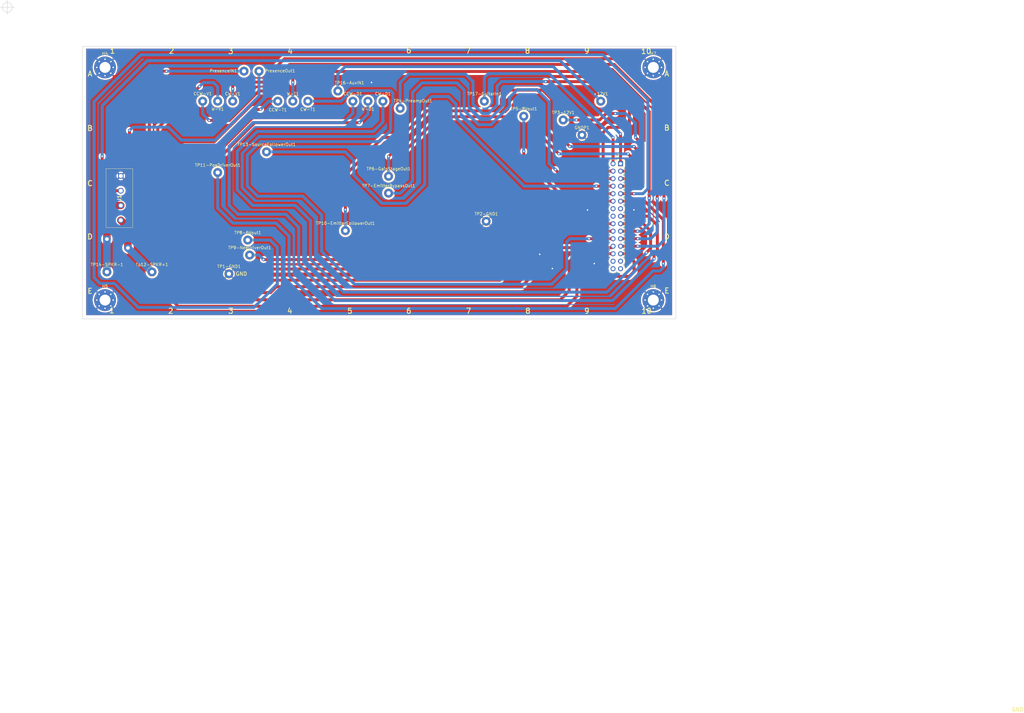
<source format=kicad_pcb>
(kicad_pcb (version 20171130) (host pcbnew "(5.1.9)-1")
  (layers (0 F.Cu signal) (31 B.Cu signal) (34 B.Paste user hide) (35 F.Paste user hide) (36 B.SilkS user hide) (37 F.SilkS user) (38 B.Mask user hide) (39 F.Mask user hide) (44 Edge.Cuts user))
  (net 0 "")
  (net 1 GND)
  (net 2 Speaker+)
  (net 3 Speaker-)
  (net 4 +12V)
  (net 5 GuitarIn)
  (net 6 SourceFollowerOut)
  (net 7 POSDriverOut)
  (net 8 EmitterFollowerOut)
  (net 9 NEGDriverOut)
  (net 10 6VOut)
  (net 11 EmitterBypassOut)
  (net 12 GainStageOut)
  (net 13 8VOut)
  (net 14 PreampOut)
  (net 15 12VDC)
  (net 16 PresenceOUT)
  (net 17 PresenceIn)
  (net 18 VolumeCW)
  (net 19 VolumeW)
  (net 20 VOLUMECCW)
  (net 21 TONECW)
  (net 22 TONEW)
  (net 23 TONECCW)
  (net 24 DRIVECW)
  (net 25 DRIVEW)
  (net 26 DRIVECCW)
  (net 27 AUXR)
  (net 28 "Net-(J2-Pad30)")
  (net 29 "Net-(J2-Pad29)")
  (net 30 "Net-(J2-Pad28)")
  (net 31 "Net-(J2-Pad27)")
  (net 32 "Net-(J2-Pad14)")
  (net 33 "Net-(J2-Pad13)")
  (net 34 "Net-(J2-Pad16)")
  (module MountingHole:MountingHole_3.7mm_Pad_Via (layer F.Cu) (at 246.888 52.324)
    (fp_text reference H7 (at 0 -4.7) (layer F.SilkS))
    (fp_text value GND)
    (pad 1 thru_hole circle (at 1.962221 -1.962221) (size 0.8 0.8) (drill 0.5) (layers *.Cu *.Mask) (net 1 GND))
    (pad 1 thru_hole circle (at 0 -2.775) (size 0.8 0.8) (drill 0.5) (layers *.Cu *.Mask) (net 1 GND))
    (pad 1 thru_hole circle (at -1.962221 -1.962221) (size 0.8 0.8) (drill 0.5) (layers *.Cu *.Mask) (net 1 GND))
    (pad 1 thru_hole circle (at -2.775 0) (size 0.8 0.8) (drill 0.5) (layers *.Cu *.Mask) (net 1 GND))
    (pad 1 thru_hole circle (at -1.962221 1.962221) (size 0.8 0.8) (drill 0.5) (layers *.Cu *.Mask) (net 1 GND))
    (pad 1 thru_hole circle (at 0 2.775) (size 0.8 0.8) (drill 0.5) (layers *.Cu *.Mask) (net 1 GND))
    (pad 1 thru_hole circle (at 1.962221 1.962221) (size 0.8 0.8) (drill 0.5) (layers *.Cu *.Mask) (net 1 GND))
    (pad 1 thru_hole circle (at 2.775 0) (size 0.8 0.8) (drill 0.5) (layers *.Cu *.Mask) (net 1 GND))
    (pad 1 thru_hole circle (at 0 0) (size 7.4 7.4) (drill 3.7) (layers *.Cu *.Mask) (net 1 GND))
  )
  (module MountingHole:MountingHole_3.7mm_Pad_Via (layer F.Cu) (at 246.888 131.064)
    (fp_text reference H6 (at 0 -4.7) (layer F.SilkS))
    (fp_text value GND)
    (pad 1 thru_hole circle (at 1.962221 -1.962221) (size 0.8 0.8) (drill 0.5) (layers *.Cu *.Mask) (net 1 GND))
    (pad 1 thru_hole circle (at 0 -2.775) (size 0.8 0.8) (drill 0.5) (layers *.Cu *.Mask) (net 1 GND))
    (pad 1 thru_hole circle (at -1.962221 -1.962221) (size 0.8 0.8) (drill 0.5) (layers *.Cu *.Mask) (net 1 GND))
    (pad 1 thru_hole circle (at -2.775 0) (size 0.8 0.8) (drill 0.5) (layers *.Cu *.Mask) (net 1 GND))
    (pad 1 thru_hole circle (at -1.962221 1.962221) (size 0.8 0.8) (drill 0.5) (layers *.Cu *.Mask) (net 1 GND))
    (pad 1 thru_hole circle (at 0 2.775) (size 0.8 0.8) (drill 0.5) (layers *.Cu *.Mask) (net 1 GND))
    (pad 1 thru_hole circle (at 1.962221 1.962221) (size 0.8 0.8) (drill 0.5) (layers *.Cu *.Mask) (net 1 GND))
    (pad 1 thru_hole circle (at 2.775 0) (size 0.8 0.8) (drill 0.5) (layers *.Cu *.Mask) (net 1 GND))
    (pad 1 thru_hole circle (at 0 0) (size 7.4 7.4) (drill 3.7) (layers *.Cu *.Mask) (net 1 GND))
  )
  (module MountingHole:MountingHole_3.7mm_Pad_Via (layer F.Cu) (at 61.468 131.064)
    (fp_text reference H5 (at 0 -4.7) (layer F.SilkS))
    (fp_text value GND)
    (pad 1 thru_hole circle (at 1.962221 -1.962221) (size 0.8 0.8) (drill 0.5) (layers *.Cu *.Mask) (net 1 GND))
    (pad 1 thru_hole circle (at 0 -2.775) (size 0.8 0.8) (drill 0.5) (layers *.Cu *.Mask) (net 1 GND))
    (pad 1 thru_hole circle (at -1.962221 -1.962221) (size 0.8 0.8) (drill 0.5) (layers *.Cu *.Mask) (net 1 GND))
    (pad 1 thru_hole circle (at -2.775 0) (size 0.8 0.8) (drill 0.5) (layers *.Cu *.Mask) (net 1 GND))
    (pad 1 thru_hole circle (at -1.962221 1.962221) (size 0.8 0.8) (drill 0.5) (layers *.Cu *.Mask) (net 1 GND))
    (pad 1 thru_hole circle (at 0 2.775) (size 0.8 0.8) (drill 0.5) (layers *.Cu *.Mask) (net 1 GND))
    (pad 1 thru_hole circle (at 1.962221 1.962221) (size 0.8 0.8) (drill 0.5) (layers *.Cu *.Mask) (net 1 GND))
    (pad 1 thru_hole circle (at 2.775 0) (size 0.8 0.8) (drill 0.5) (layers *.Cu *.Mask) (net 1 GND))
    (pad 1 thru_hole circle (at 0 0) (size 7.4 7.4) (drill 3.7) (layers *.Cu *.Mask) (net 1 GND))
  )
  (module MountingHole:MountingHole_3.7mm_Pad_Via (layer F.Cu) (at 61.468 52.324)
    (fp_text reference H4 (at 0 -4.7) (layer F.SilkS))
    (fp_text value GND)
    (pad 1 thru_hole circle (at 1.962221 -1.962221) (size 0.8 0.8) (drill 0.5) (layers *.Cu *.Mask) (net 1 GND))
    (pad 1 thru_hole circle (at 0 -2.775) (size 0.8 0.8) (drill 0.5) (layers *.Cu *.Mask) (net 1 GND))
    (pad 1 thru_hole circle (at -1.962221 -1.962221) (size 0.8 0.8) (drill 0.5) (layers *.Cu *.Mask) (net 1 GND))
    (pad 1 thru_hole circle (at -2.775 0) (size 0.8 0.8) (drill 0.5) (layers *.Cu *.Mask) (net 1 GND))
    (pad 1 thru_hole circle (at -1.962221 1.962221) (size 0.8 0.8) (drill 0.5) (layers *.Cu *.Mask) (net 1 GND))
    (pad 1 thru_hole circle (at 0 2.775) (size 0.8 0.8) (drill 0.5) (layers *.Cu *.Mask) (net 1 GND))
    (pad 1 thru_hole circle (at 1.962221 1.962221) (size 0.8 0.8) (drill 0.5) (layers *.Cu *.Mask) (net 1 GND))
    (pad 1 thru_hole circle (at 2.775 0) (size 0.8 0.8) (drill 0.5) (layers *.Cu *.Mask) (net 1 GND))
    (pad 1 thru_hole circle (at 0 0) (size 7.4 7.4) (drill 3.7) (layers *.Cu *.Mask) (net 1 GND))
  )
  (module TestPoint:TestPoint_Plated_Hole_D2.0mm (layer F.Cu) (at 222.758 75.184)
    (fp_text reference GNDP1 (at 0 -2.498) (layer F.SilkS))
    (fp_text value GND)
    (pad 1 thru_hole circle (at 0 0) (size 3 3) (drill 1.4) (layers *.Cu *.Mask) (net 1 GND))
  )
  (module TestPoint:TestPoint_Plated_Hole_D2.0mm (layer F.Cu) (at 116.078 80.899)
    (fp_text reference TP13-SourceFollowerOut1 (at 0 -2.498) (layer F.SilkS))
    (fp_text value "Source Follower Out")
    (pad 1 thru_hole circle (at 0 0) (size 3 3) (drill 1.4) (layers *.Cu *.Mask) (net 6 SourceFollowerOut))
  )
  (module TestPoint:TestPoint_Plated_Hole_D2.0mm (layer F.Cu) (at 110.363 115.824)
    (fp_text reference TP9-NegDriverOut1 (at 0 -2.498) (layer F.SilkS))
    (fp_text value "Neg Driver Out")
    (pad 1 thru_hole circle (at 0 0) (size 3 3) (drill 1.4) (layers *.Cu *.Mask) (net 9 NEGDriverOut))
  )
  (module TestPoint:TestPoint_Plated_Hole_D2.0mm (layer F.Cu) (at 140.208 60.325)
    (fp_text reference TP16-AuxIN1 (at 3.937 -2.794) (layer F.SilkS))
    (fp_text value "AUX R")
    (pad 1 thru_hole circle (at 0 0) (size 3 3) (drill 1.4) (layers *.Cu *.Mask) (net 27 AUXR))
  )
  (module TestPoint:TestPoint_Plated_Hole_D2.0mm (layer F.Cu) (at 94.488 63.754)
    (fp_text reference CCW-V1 (at 0 -2.54) (layer F.SilkS))
    (fp_text value "Volume CCW")
    (pad 1 thru_hole circle (at 0 0) (size 3 3) (drill 1.4) (layers *.Cu *.Mask) (net 20 VOLUMECCW))
  )
  (module TestPoint:TestPoint_Plated_Hole_D2.0mm (layer F.Cu) (at 104.648 63.754)
    (fp_text reference CW-V1 (at 0 -2.498) (layer F.SilkS))
    (fp_text value "Volume CW")
    (pad 1 thru_hole circle (at 0 0) (size 3 3) (drill 1.4) (layers *.Cu *.Mask) (net 18 VolumeCW))
  )
  (module TestPoint:TestPoint_Plated_Hole_D2.0mm (layer F.Cu) (at 108.458 53.594)
    (fp_text reference PresenceIN1 (at -6.985 -0.127) (layer F.SilkS))
    (fp_text value "Presence In")
    (pad 1 thru_hole circle (at 0 0) (size 3 3) (drill 1.4) (layers *.Cu *.Mask) (net 17 PresenceIn))
  )
  (module TestPoint:TestPoint_Plated_Hole_D2.0mm (layer F.Cu) (at 145.288 63.754)
    (fp_text reference CCW-D1 (at 0 -2.498) (layer F.SilkS))
    (fp_text value "Drive CCW")
    (pad 1 thru_hole circle (at 0 0) (size 3 3) (drill 1.4) (layers *.Cu *.Mask) (net 26 DRIVECCW))
  )
  (module TestPoint:TestPoint_Plated_Hole_D2.0mm (layer F.Cu) (at 119.888 63.754)
    (fp_text reference CCW-T1 (at 0 2.921) (layer F.SilkS))
    (fp_text value "Tone CCW")
    (pad 1 thru_hole circle (at 0 0) (size 3 3) (drill 1.4) (layers *.Cu *.Mask) (net 23 TONECCW))
  )
  (module TestPoint:TestPoint_Plated_Hole_D2.0mm (layer F.Cu) (at 99.568 63.754)
    (fp_text reference W-V1 (at 0 2.667) (layer F.SilkS))
    (fp_text value "Volume W")
    (pad 1 thru_hole circle (at 0 0) (size 3 3) (drill 1.4) (layers *.Cu *.Mask) (net 19 VolumeW))
  )
  (module TestPoint:TestPoint_Plated_Hole_D2.0mm (layer F.Cu) (at 113.538 53.594)
    (fp_text reference PresenceOut1 (at 7.112 -0.127) (layer F.SilkS))
    (fp_text value "Presence out")
    (pad 1 thru_hole circle (at 0 0) (size 3 3) (drill 1.4) (layers *.Cu *.Mask) (net 16 PresenceOUT))
  )
  (module TestPoint:TestPoint_Plated_Hole_D2.0mm (layer F.Cu) (at 124.968 63.754)
    (fp_text reference W-T1 (at 0 -2.498) (layer F.SilkS))
    (fp_text value "Tone W")
    (pad 1 thru_hole circle (at 0 0) (size 3 3) (drill 1.4) (layers *.Cu *.Mask) (net 22 TONEW))
  )
  (module TestPoint:TestPoint_Plated_Hole_D2.0mm (layer F.Cu) (at 150.368 63.754)
    (fp_text reference W-D1 (at 0 2.667) (layer F.SilkS))
    (fp_text value "Drive W")
    (pad 1 thru_hole circle (at 0 0) (size 3 3) (drill 1.4) (layers *.Cu *.Mask) (net 25 DRIVEW))
  )
  (module TestPoint:TestPoint_Plated_Hole_D2.0mm (layer F.Cu) (at 130.048 63.754)
    (fp_text reference CW-T1 (at 0 2.794) (layer F.SilkS))
    (fp_text value "Tone CW")
    (pad 1 thru_hole circle (at 0 0) (size 3 3) (drill 1.4) (layers *.Cu *.Mask) (net 21 TONECW))
  )
  (module TestPoint:TestPoint_Plated_Hole_D2.0mm (layer F.Cu) (at 155.448 63.754)
    (fp_text reference CW-D1 (at 0 -2.498) (layer F.SilkS))
    (fp_text value "DRIVE CW")
    (pad 1 thru_hole circle (at 0 0) (size 3 3) (drill 1.4) (layers *.Cu *.Mask) (net 24 DRIVECW))
  )
  (module TestPoint:TestPoint_Plated_Hole_D2.0mm (layer F.Cu) (at 189.738 63.754)
    (fp_text reference TP17-GuitarIn1 (at 0 -2.498) (layer F.SilkS))
    (fp_text value "Guitar In")
    (pad 1 thru_hole circle (at 0 0) (size 3 3) (drill 1.4) (layers *.Cu *.Mask) (net 5 GuitarIn))
  )
  (module TestPoint:TestPoint_Plated_Hole_D2.0mm (layer F.Cu) (at 99.568 87.884)
    (fp_text reference TP11-PosDriverOut1 (at 0 -2.498) (layer F.SilkS))
    (fp_text value "Pos Driver Out")
    (pad 1 thru_hole circle (at 0 0) (size 3 3) (drill 1.4) (layers *.Cu *.Mask) (net 7 POSDriverOut))
  )
  (module TestPoint:TestPoint_Plated_Hole_D2.0mm (layer F.Cu) (at 142.748 107.569)
    (fp_text reference TP10-EmitterFollowerOut1 (at 0 -2.498) (layer F.SilkS))
    (fp_text value "Emitter Follower Out")
    (pad 1 thru_hole circle (at 0 0) (size 3 3) (drill 1.4) (layers *.Cu *.Mask) (net 8 EmitterFollowerOut))
  )
  (module TestPoint:TestPoint_Plated_Hole_D2.0mm (layer F.Cu) (at 109.728 110.744)
    (fp_text reference TP8-6Vout1 (at 0 -2.498) (layer F.SilkS))
    (fp_text value "6V Out")
    (pad 1 thru_hole circle (at 0 0) (size 3 3) (drill 1.4) (layers *.Cu *.Mask) (net 10 6VOut))
  )
  (module TestPoint:TestPoint_Plated_Hole_D2.0mm (layer F.Cu) (at 157.353 94.869)
    (fp_text reference TP7-EmitterBypassOut1 (at 0 -2.498) (layer F.SilkS))
    (fp_text value "Emitter Bypass Out")
    (pad 1 thru_hole circle (at 0 0) (size 3 3) (drill 1.4) (layers *.Cu *.Mask) (net 11 EmitterBypassOut))
  )
  (module TestPoint:TestPoint_Plated_Hole_D2.0mm (layer F.Cu) (at 157.353 89.154)
    (fp_text reference TP6-GainStageOut1 (at 0 -2.498) (layer F.SilkS))
    (fp_text value "Gain Stage Out")
    (pad 1 thru_hole circle (at 0 0) (size 3 3) (drill 1.4) (layers *.Cu *.Mask) (net 12 GainStageOut))
  )
  (module TestPoint:TestPoint_Plated_Hole_D2.0mm (layer F.Cu) (at 203.073 68.834)
    (fp_text reference TP5-8Vout1 (at 0 -2.498) (layer F.SilkS))
    (fp_text value TestPoint)
    (pad 1 thru_hole circle (at 0 0) (size 3 3) (drill 1.4) (layers *.Cu *.Mask) (net 13 8VOut))
  )
  (module TestPoint:TestPoint_Plated_Hole_D2.0mm (layer F.Cu) (at 161.29 66.167)
    (fp_text reference TP4-PreampOut1 (at 4.318 -2.54) (layer F.SilkS))
    (fp_text value "Preamp Out")
    (pad 1 thru_hole circle (at 0 0) (size 3 3) (drill 1.4) (layers *.Cu *.Mask) (net 14 PreampOut))
  )
  (module TestPoint:TestPoint_Plated_Hole_D2.0mm (layer F.Cu) (at 216.408 70.104)
    (fp_text reference TP3-12V1 (at 0 -2.498) (layer F.SilkS))
    (fp_text value 12V)
    (pad 1 thru_hole circle (at 0 0) (size 3 3) (drill 1.4) (layers *.Cu *.Mask) (net 15 12VDC))
  )
  (module TestPoint:TestPoint_Plated_Hole_D2.0mm (layer F.Cu) (at 190.373 104.394)
    (fp_text reference TP2-GND1 (at 0 -2.498) (layer F.SilkS))
    (fp_text value GND)
    (pad 1 thru_hole circle (at 0 0) (size 3 3) (drill 1.4) (layers *.Cu *.Mask) (net 1 GND))
  )
  (module TestPoint:TestPoint_Plated_Hole_D2.0mm (layer F.Cu) (at 103.378 122.174)
    (fp_text reference TP1-GND1 (at 0 -2.498) (layer F.SilkS))
    (fp_text value GND)
    (pad 1 thru_hole circle (at 0 0) (size 3 3) (drill 1.4) (layers *.Cu *.Mask) (net 1 GND))
  )
  (module TestPoint:TestPoint_Plated_Hole_D2.0mm (layer F.Cu) (at 229.108 63.754)
    (fp_text reference +12V1 (at 0 -2.498) (layer F.SilkS))
    (fp_text value POWER)
    (pad 1 thru_hole circle (at 0 0) (size 3 3) (drill 1.4) (layers *.Cu *.Mask) (net 4 +12V))
  )
  (module TestPoint:TestPoint_Plated_Hole_D2.0mm (layer F.Cu) (at 62.103 121.539)
    (fp_text reference TP14-SPKR-1 (at 0 -2.498) (layer F.SilkS))
    (fp_text value SPKRNEG)
    (pad 1 thru_hole circle (at 0 0) (size 3 3) (drill 1.4) (layers *.Cu *.Mask) (net 3 Speaker-))
  )
  (module TestPoint:TestPoint_Plated_Hole_D2.0mm (layer F.Cu) (at 77.343 121.539)
    (fp_text reference Tp12-SPKR+1 (at 0 -2.498) (layer F.SilkS))
    (fp_text value SPKRPOS)
    (pad 1 thru_hole circle (at 0 0) (size 3 3) (drill 1.4) (layers *.Cu *.Mask) (net 2 Speaker+))
  )
  (module Connector_PinSocket_2.54mm:PinSocket_2x15_P2.54mm_Vertical (layer F.Cu) (at 235.8136 84.8868)
    (fp_text reference J2 (at -1.27 -2.77) (layer F.SilkS))
    (fp_text value Conn_02x15_Top_Bottom)
    (pad 30 thru_hole oval (at -2.54 35.56) (size 1.7 1.7) (drill 1) (layers *.Cu *.Mask) (net 28 "Net-(J2-Pad30)"))
    (pad 29 thru_hole oval (at 0 35.56) (size 1.7 1.7) (drill 1) (layers *.Cu *.Mask) (net 29 "Net-(J2-Pad29)"))
    (pad 28 thru_hole oval (at -2.54 33.02) (size 1.7 1.7) (drill 1) (layers *.Cu *.Mask) (net 30 "Net-(J2-Pad28)"))
    (pad 27 thru_hole oval (at 0 33.02) (size 1.7 1.7) (drill 1) (layers *.Cu *.Mask) (net 31 "Net-(J2-Pad27)"))
    (pad 26 thru_hole oval (at -2.54 30.48) (size 1.7 1.7) (drill 1) (layers *.Cu *.Mask) (net 17 PresenceIn))
    (pad 25 thru_hole oval (at 0 30.48) (size 1.7 1.7) (drill 1) (layers *.Cu *.Mask) (net 16 PresenceOUT))
    (pad 24 thru_hole oval (at -2.54 27.94) (size 1.7 1.7) (drill 1) (layers *.Cu *.Mask) (net 19 VolumeW))
    (pad 23 thru_hole oval (at 0 27.94) (size 1.7 1.7) (drill 1) (layers *.Cu *.Mask) (net 18 VolumeCW))
    (pad 22 thru_hole oval (at -2.54 25.4) (size 1.7 1.7) (drill 1) (layers *.Cu *.Mask) (net 21 TONECW))
    (pad 21 thru_hole oval (at 0 25.4) (size 1.7 1.7) (drill 1) (layers *.Cu *.Mask) (net 20 VOLUMECCW))
    (pad 20 thru_hole oval (at -2.54 22.86) (size 1.7 1.7) (drill 1) (layers *.Cu *.Mask) (net 23 TONECCW))
    (pad 19 thru_hole oval (at 0 22.86) (size 1.7 1.7) (drill 1) (layers *.Cu *.Mask) (net 22 TONEW))
    (pad 18 thru_hole oval (at -2.54 20.32) (size 1.7 1.7) (drill 1) (layers *.Cu *.Mask) (net 25 DRIVEW))
    (pad 17 thru_hole oval (at 0 20.32) (size 1.7 1.7) (drill 1) (layers *.Cu *.Mask) (net 24 DRIVECW))
    (pad 16 thru_hole oval (at -2.54 17.78) (size 1.7 1.7) (drill 1) (layers *.Cu *.Mask) (net 34 "Net-(J2-Pad16)"))
    (pad 15 thru_hole oval (at 0 17.78) (size 1.7 1.7) (drill 1) (layers *.Cu *.Mask) (net 26 DRIVECCW))
    (pad 14 thru_hole oval (at -2.54 15.24) (size 1.7 1.7) (drill 1) (layers *.Cu *.Mask) (net 32 "Net-(J2-Pad14)"))
    (pad 13 thru_hole oval (at 0 15.24) (size 1.7 1.7) (drill 1) (layers *.Cu *.Mask) (net 33 "Net-(J2-Pad13)"))
    (pad 12 thru_hole oval (at -2.54 12.7) (size 1.7 1.7) (drill 1) (layers *.Cu *.Mask) (net 9 NEGDriverOut))
    (pad 11 thru_hole oval (at 0 12.7) (size 1.7 1.7) (drill 1) (layers *.Cu *.Mask) (net 7 POSDriverOut))
    (pad 10 thru_hole oval (at -2.54 10.16) (size 1.7 1.7) (drill 1) (layers *.Cu *.Mask) (net 13 8VOut))
    (pad 9 thru_hole oval (at 0 10.16) (size 1.7 1.7) (drill 1) (layers *.Cu *.Mask) (net 10 6VOut))
    (pad 8 thru_hole oval (at -2.54 7.62) (size 1.7 1.7) (drill 1) (layers *.Cu *.Mask) (net 6 SourceFollowerOut))
    (pad 7 thru_hole oval (at 0 7.62) (size 1.7 1.7) (drill 1) (layers *.Cu *.Mask) (net 15 12VDC))
    (pad 6 thru_hole oval (at -2.54 5.08) (size 1.7 1.7) (drill 1) (layers *.Cu *.Mask) (net 11 EmitterBypassOut))
    (pad 5 thru_hole oval (at 0 5.08) (size 1.7 1.7) (drill 1) (layers *.Cu *.Mask) (net 8 EmitterFollowerOut))
    (pad 4 thru_hole oval (at -2.54 2.54) (size 1.7 1.7) (drill 1) (layers *.Cu *.Mask) (net 14 PreampOut))
    (pad 3 thru_hole oval (at 0 2.54) (size 1.7 1.7) (drill 1) (layers *.Cu *.Mask) (net 12 GainStageOut))
    (pad 2 thru_hole oval (at -2.54 0) (size 1.7 1.7) (drill 1) (layers *.Cu *.Mask) (net 5 GuitarIn))
    (pad 1 thru_hole rect (at 0 0) (size 1.7 1.7) (drill 1) (layers *.Cu *.Mask) (net 27 AUXR))
  )
  (module SamacSys_Parts:TB00150004BE (layer F.Cu) (at 66.802 104.0384 90)
    (fp_text reference J1 (at 7.5 -0.5 90) (layer F.SilkS) (effects (font (size 1.27 1.27) (thickness 0.254))))
    (fp_text value TB001-500-04BE hide)
    (pad 4 thru_hole circle (at 15 0 90) (size 1.95 1.95) (drill 1.3) (layers *.Cu *.Mask) (net 1 GND))
    (pad 3 thru_hole circle (at 10 0 90) (size 1.95 1.95) (drill 1.3) (layers *.Cu *.Mask) (net 4 +12V))
    (pad 2 thru_hole circle (at 5 0 90) (size 1.95 1.95) (drill 1.3) (layers *.Cu *.Mask) (net 3 Speaker-))
    (pad 1 thru_hole circle (at 0 0 90) (size 1.95 1.95) (drill 1.3) (layers *.Cu *.Mask) (net 2 Speaker+))
  )
  (gr_text 4 (at 124.079 46.863) (layer F.SilkS) (effects (font (size 1.778 1.778) (thickness 0.3))))
  (gr_text 6 (at 164.211 46.609) (layer F.SilkS) (effects (font (size 1.778 1.778) (thickness 0.3))))
  (gr_text 3 (at 104.013 134.747) (layer F.SilkS) (effects (font (size 1.778 1.778) (thickness 0.3))))
  (gr_text 2 (at 83.693 134.747) (layer F.SilkS) (effects (font (size 1.778 1.778) (thickness 0.3))))
  (gr_text 1 (at 63.754 134.62) (layer F.SilkS) (effects (font (size 1.778 1.778) (thickness 0.3))))
  (gr_text 10 (at 244.602 134.747) (layer F.SilkS) (effects (font (size 1.778 1.778) (thickness 0.3))))
  (gr_text 9 (at 224.409 134.747) (layer F.SilkS) (effects (font (size 1.778 1.778) (thickness 0.3))))
  (gr_text 8 (at 204.47 134.747) (layer F.SilkS) (effects (font (size 1.778 1.778) (thickness 0.3))))
  (gr_text 7 (at 184.404 134.747) (layer F.SilkS) (effects (font (size 1.778 1.778) (thickness 0.3))))
  (gr_text 6 (at 164.211 134.747) (layer F.SilkS) (effects (font (size 1.778 1.778) (thickness 0.3))))
  (gr_text 5 (at 144.272 134.747) (layer F.SilkS) (effects (font (size 1.778 1.778) (thickness 0.3))))
  (gr_text 4 (at 123.952 134.747) (layer F.SilkS) (effects (font (size 1.778 1.778) (thickness 0.3))))
  (gr_text E (at 251.46 127.889) (layer F.SilkS) (effects (font (size 1.778 1.778) (thickness 0.3))))
  (gr_text D (at 251.46 109.601) (layer F.SilkS) (effects (font (size 1.778 1.778) (thickness 0.3))))
  (gr_text C (at 251.46 91.44) (layer F.SilkS) (effects (font (size 1.778 1.778) (thickness 0.3))))
  (gr_text B (at 251.46 72.771) (layer F.SilkS) (effects (font (size 1.778 1.778) (thickness 0.3))))
  (gr_text A (at 251.46 54.483) (layer F.SilkS) (effects (font (size 1.778 1.778) (thickness 0.3))))
  (gr_text E (at 56.388 128.016) (layer F.SilkS) (effects (font (size 1.778 1.778) (thickness 0.3))))
  (gr_text D (at 56.388 109.601) (layer F.SilkS) (effects (font (size 1.778 1.778) (thickness 0.3))))
  (gr_text C (at 56.388 91.567) (layer F.SilkS) (effects (font (size 1.778 1.778) (thickness 0.3))))
  (gr_text B (at 56.388 72.898) (layer F.SilkS) (effects (font (size 1.778 1.778) (thickness 0.3))))
  (gr_text A (at 56.388 54.483) (layer F.SilkS) (effects (font (size 1.778 1.778) (thickness 0.3))))
  (gr_text 10 (at 244.475 46.863) (layer F.SilkS) (effects (font (size 1.778 1.778) (thickness 0.3))))
  (gr_text 9 (at 224.409 46.736) (layer F.SilkS) (effects (font (size 1.778 1.778) (thickness 0.3))))
  (gr_text 8 (at 204.343 46.736) (layer F.SilkS) (effects (font (size 1.778 1.778) (thickness 0.3))))
  (gr_text 7 (at 184.277 46.736) (layer F.SilkS) (effects (font (size 1.778 1.778) (thickness 0.3))))
  (gr_text 3 (at 104.013 46.863) (layer F.SilkS) (effects (font (size 1.778 1.778) (thickness 0.3))))
  (gr_text 2 (at 83.947 46.736) (layer F.SilkS) (effects (font (size 1.778 1.778) (thickness 0.3))))
  (gr_text 1 (at 64.008 46.736) (layer F.SilkS) (effects (font (size 1.778 1.778) (thickness 0.3))))
  (gr_text GND (at 107.569 122.174) (layer F.SilkS) (effects (font (size 1.27 1.27) (thickness 0.2032))))
  (gr_line (start 53.848 45.212) (end 53.848 137.414) (layer Edge.Cuts) (width 0.15))
  (gr_line (start 254.508 45.212) (end 254.508 137.414) (layer Edge.Cuts) (width 0.15))
  (gr_line (start 53.848 137.414) (end 254.508 137.414) (layer Edge.Cuts) (width 0.15))
  (gr_line (start 53.848 45.212) (end 254.508 45.212) (layer Edge.Cuts) (width 0.15))
  (target plus (at 28.448 32.004) (size 5) (width 0.15) (layer Edge.Cuts))
  (gr_text GND (at 370.078 269.621) (layer F.SilkS) (effects (font (size 1.27 1.27) (thickness 0.254))))
  (via (at 151.5872 57.404) (size 1) (drill 0.5) (layers F.Cu B.Cu) (net 1))
  (via (at 224.6376 100.584) (size 1) (drill 0.5) (layers F.Cu B.Cu) (net 1))
  (via (at 226.9236 118.7196) (size 1) (drill 0.5) (layers F.Cu B.Cu) (net 1))
  (via (at 208.4832 115.57) (size 1) (drill 0.5) (layers F.Cu B.Cu) (net 1))
  (via (at 212.7504 120.396) (size 1) (drill 0.5) (layers F.Cu B.Cu) (net 1))
  (via (at 240.3348 100.5332) (size 1) (drill 0.5) (layers F.Cu B.Cu) (net 1))
  (segment (start 69.215 113.411) (end 77.343 121.539) (width 2.54) (layer B.Cu) (net 2))
  (via (at 69.215 113.411) (size 2.54) (drill 1.25) (layers F.Cu B.Cu) (net 2))
  (segment (start 66.802 104.0384) (end 69.1896 106.426) (width 2.54) (layer F.Cu) (net 2))
  (segment (start 69.1896 113.3856) (end 69.215 113.411) (width 2.54) (layer F.Cu) (net 2))
  (segment (start 69.1896 106.426) (end 69.1896 113.3856) (width 2.54) (layer F.Cu) (net 2))
  (segment (start 62.103 110.4138) (end 62.103 121.539) (width 2.54) (layer B.Cu) (net 3))
  (via (at 62.103 110.4138) (size 2.54) (drill 1.25) (layers F.Cu B.Cu) (net 3))
  (segment (start 66.802 99.0384) (end 63.2676 99.0384) (width 2.54) (layer F.Cu) (net 3))
  (segment (start 62.103 100.203) (end 62.103 110.4138) (width 2.54) (layer F.Cu) (net 3))
  (segment (start 63.2676 99.0384) (end 62.103 100.203) (width 2.54) (layer F.Cu) (net 3))
  (segment (start 215.392 50.038) (end 216.662 51.308) (width 1) (layer B.Cu) (net 4))
  (segment (start 75.7428 50.038) (end 215.392 50.038) (width 1) (layer B.Cu) (net 4))
  (segment (start 216.662 51.308) (end 229.108 63.754) (width 1) (layer B.Cu) (net 4))
  (segment (start 60.5028 65.278) (end 75.7428 50.038) (width 1) (layer B.Cu) (net 4))
  (segment (start 60.5028 82.3976) (end 60.5028 65.278) (width 1) (layer B.Cu) (net 4))
  (via (at 60.5028 82.3976) (size 1) (drill 0.5) (layers F.Cu B.Cu) (net 4))
  (segment (start 66.802 94.0384) (end 63.1012 94.0384) (width 1) (layer F.Cu) (net 4))
  (segment (start 60.5028 91.44) (end 60.5028 82.3976) (width 1) (layer F.Cu) (net 4))
  (segment (start 63.1012 94.0384) (end 60.5028 91.44) (width 1) (layer F.Cu) (net 4))
  (segment (start 189.738 63.754) (end 189.738 55.7784) (width 1) (layer B.Cu) (net 5))
  (segment (start 189.738 55.7784) (end 191.1096 54.4068) (width 1) (layer B.Cu) (net 5))
  (segment (start 191.1096 54.4068) (end 211.6328 54.4068) (width 1) (layer B.Cu) (net 5))
  (segment (start 211.6328 54.4068) (end 222.504 65.278) (width 1) (layer B.Cu) (net 5))
  (segment (start 233.2736 76.0476) (end 233.2736 76.0476) (width 1) (layer B.Cu) (net 5))
  (segment (start 233.2736 76.0476) (end 222.504 65.278) (width 1) (layer B.Cu) (net 5))
  (via (at 233.2736 76.0476) (size 1) (drill 0.5) (layers F.Cu B.Cu) (net 5))
  (segment (start 233.2736 76.0476) (end 233.2736 84.8868) (width 1) (layer F.Cu) (net 5))
  (segment (start 142.6718 80.899) (end 116.078 80.899) (width 1) (layer B.Cu) (net 6))
  (segment (start 145.5928 83.82) (end 142.6718 80.899) (width 1) (layer B.Cu) (net 6))
  (segment (start 155.1432 98.298) (end 145.5928 88.7476) (width 1) (layer B.Cu) (net 6))
  (segment (start 169.5704 91.948) (end 163.2204 98.298) (width 1) (layer B.Cu) (net 6))
  (segment (start 169.5704 64.5668) (end 169.5704 91.948) (width 1) (layer B.Cu) (net 6))
  (segment (start 171.958 62.1792) (end 169.5704 64.5668) (width 1) (layer B.Cu) (net 6))
  (segment (start 227.6348 92.5068) (end 227.6348 92.5068) (width 1) (layer B.Cu) (net 6))
  (segment (start 145.5928 88.7476) (end 145.5928 83.82) (width 1) (layer B.Cu) (net 6))
  (segment (start 180.1876 64.7192) (end 177.6476 62.1792) (width 1) (layer B.Cu) (net 6))
  (segment (start 163.2204 98.298) (end 155.1432 98.298) (width 1) (layer B.Cu) (net 6))
  (segment (start 180.1876 69.4436) (end 180.1876 64.7192) (width 1) (layer B.Cu) (net 6))
  (segment (start 177.6476 62.1792) (end 171.958 62.1792) (width 1) (layer B.Cu) (net 6))
  (via (at 227.6348 92.5068) (size 1) (drill 0.5) (layers F.Cu B.Cu) (net 6))
  (segment (start 227.6348 92.5068) (end 233.2736 92.5068) (width 1) (layer F.Cu) (net 6))
  (segment (start 203.2508 92.5068) (end 227.6348 92.5068) (width 1) (layer B.Cu) (net 6))
  (segment (start 180.1876 69.4436) (end 203.2508 92.5068) (width 1) (layer B.Cu) (net 6))
  (segment (start 234.0356 133.9088) (end 246.7356 121.2088) (width 1) (layer B.Cu) (net 7))
  (segment (start 134.8232 133.9088) (end 234.0356 133.9088) (width 1) (layer B.Cu) (net 7))
  (segment (start 123.698 109.3724) (end 123.698 122.7836) (width 1) (layer B.Cu) (net 7))
  (segment (start 123.698 122.7836) (end 134.8232 133.9088) (width 1) (layer B.Cu) (net 7))
  (segment (start 104.688 105.004) (end 119.3296 105.004) (width 1) (layer B.Cu) (net 7))
  (segment (start 119.3296 105.004) (end 123.698 109.3724) (width 1) (layer B.Cu) (net 7))
  (segment (start 99.568 99.884) (end 104.688 105.004) (width 1) (layer B.Cu) (net 7))
  (segment (start 99.568 87.884) (end 99.568 99.884) (width 1) (layer B.Cu) (net 7))
  (segment (start 246.7356 121.2088) (end 249.1232 121.2088) (width 1) (layer B.Cu) (net 7))
  (segment (start 249.1232 121.2088) (end 250.2916 120.0404) (width 1) (layer B.Cu) (net 7))
  (segment (start 250.2916 120.0404) (end 250.2916 118.7196) (width 1) (layer B.Cu) (net 7))
  (via (at 250.2916 118.7196) (size 1) (drill 0.5) (layers F.Cu B.Cu) (net 7))
  (segment (start 243.9924 97.5868) (end 235.8136 97.5868) (width 1) (layer F.Cu) (net 7))
  (segment (start 250.2916 103.886) (end 243.9924 97.5868) (width 1) (layer F.Cu) (net 7))
  (segment (start 250.2916 118.7196) (end 250.2916 103.886) (width 1) (layer F.Cu) (net 7))
  (segment (start 241.3 89.1032) (end 240.4364 89.9668) (width 1) (layer F.Cu) (net 8))
  (segment (start 241.3 80.0608) (end 241.3 89.1032) (width 1) (layer F.Cu) (net 8))
  (segment (start 142.748 88.704) (end 155.448 76.004) (width 1) (layer F.Cu) (net 8))
  (segment (start 170.448 67.004) (end 193.448 67.004) (width 1) (layer F.Cu) (net 8))
  (segment (start 198.448 60.004) (end 209.448 60.004) (width 1) (layer F.Cu) (net 8))
  (segment (start 240.4364 89.9668) (end 235.8136 89.9668) (width 1) (layer F.Cu) (net 8))
  (segment (start 155.448 76.004) (end 161.448 76.004) (width 1) (layer F.Cu) (net 8))
  (segment (start 195.448 65.004) (end 195.448 63.004) (width 1) (layer F.Cu) (net 8))
  (segment (start 240.3348 79.0956) (end 240.3348 79.0956) (width 1) (layer F.Cu) (net 8))
  (segment (start 161.448 76.004) (end 170.448 67.004) (width 1) (layer F.Cu) (net 8))
  (segment (start 209.448 60.004) (end 212.448 63.004) (width 1) (layer F.Cu) (net 8))
  (segment (start 195.448 63.004) (end 198.448 60.004) (width 1) (layer F.Cu) (net 8))
  (segment (start 212.448 72.9004) (end 218.6432 79.0956) (width 1) (layer F.Cu) (net 8))
  (segment (start 193.448 67.004) (end 195.448 65.004) (width 1) (layer F.Cu) (net 8))
  (segment (start 212.448 63.004) (end 212.448 72.9004) (width 1) (layer F.Cu) (net 8))
  (segment (start 142.748 107.569) (end 142.748 100.4824) (width 1) (layer B.Cu) (net 8))
  (segment (start 142.748 100.4824) (end 142.748 100.4824) (width 1) (layer B.Cu) (net 8))
  (via (at 142.748 100.4824) (size 1) (drill 0.5) (layers F.Cu B.Cu) (net 8))
  (segment (start 142.748 88.704) (end 142.748 100.4824) (width 1) (layer F.Cu) (net 8))
  (segment (start 240.3348 79.0956) (end 241.3 80.0608) (width 1) (layer F.Cu) (net 8))
  (via (at 240.3348 79.0956) (size 1) (drill 0.5) (layers F.Cu B.Cu) (net 8))
  (segment (start 218.6432 79.0956) (end 218.6432 79.0956) (width 1) (layer F.Cu) (net 8))
  (via (at 218.6432 79.0956) (size 1) (drill 0.5) (layers F.Cu B.Cu) (net 8))
  (segment (start 240.3348 79.0956) (end 218.6432 79.0956) (width 1) (layer B.Cu) (net 8))
  (segment (start 220.6244 97.5868) (end 220.5736 97.536) (width 1) (layer F.Cu) (net 9))
  (segment (start 233.2736 97.5868) (end 220.6244 97.5868) (width 1) (layer F.Cu) (net 9))
  (segment (start 222.504 97.536) (end 220.5736 97.536) (width 1) (layer F.Cu) (net 9))
  (segment (start 110.363 115.824) (end 113.03 115.824) (width 1) (layer B.Cu) (net 9))
  (segment (start 113.03 115.824) (end 113.538 115.824) (width 1) (layer B.Cu) (net 9))
  (segment (start 113.538 115.824) (end 115.062 117.348) (width 1) (layer B.Cu) (net 9))
  (segment (start 115.062 117.348) (end 115.062 117.348) (width 1) (layer B.Cu) (net 9))
  (via (at 115.062 117.348) (size 1) (drill 0.5) (layers F.Cu B.Cu) (net 9))
  (segment (start 187.9092 117.348) (end 115.062 117.348) (width 1) (layer F.Cu) (net 9))
  (segment (start 207.7212 97.536) (end 187.9092 117.348) (width 1) (layer F.Cu) (net 9))
  (segment (start 220.5736 97.536) (end 207.7212 97.536) (width 1) (layer F.Cu) (net 9))
  (segment (start 243.3892 95.0468) (end 240.3856 95.0468) (width 1) (layer B.Cu) (net 10))
  (segment (start 245.0592 93.3768) (end 243.3892 95.0468) (width 1) (layer B.Cu) (net 10))
  (segment (start 245.0592 63.246) (end 245.0592 93.3768) (width 1) (layer B.Cu) (net 10))
  (segment (start 232.4608 50.6476) (end 245.0592 63.246) (width 1) (layer B.Cu) (net 10))
  (segment (start 109.728 110.744) (end 117.2972 110.744) (width 1) (layer B.Cu) (net 10))
  (segment (start 59.7408 125.4252) (end 57.76799 123.45239) (width 1) (layer B.Cu) (net 10))
  (segment (start 119.7356 113.1824) (end 119.7356 125.6284) (width 1) (layer B.Cu) (net 10))
  (segment (start 72.7456 133.5532) (end 64.6176 125.4252) (width 1) (layer B.Cu) (net 10))
  (segment (start 57.76799 63.89801) (end 73.6092 48.0568) (width 1) (layer B.Cu) (net 10))
  (segment (start 229.9208 48.0568) (end 232.4608 50.5968) (width 1) (layer B.Cu) (net 10))
  (segment (start 119.7356 125.6284) (end 111.8108 133.5532) (width 1) (layer B.Cu) (net 10))
  (segment (start 111.8108 133.5532) (end 72.7456 133.5532) (width 1) (layer B.Cu) (net 10))
  (segment (start 64.6176 125.4252) (end 59.7408 125.4252) (width 1) (layer B.Cu) (net 10))
  (segment (start 57.76799 123.45239) (end 57.76799 63.89801) (width 1) (layer B.Cu) (net 10))
  (segment (start 73.6092 48.0568) (end 229.9208 48.0568) (width 1) (layer B.Cu) (net 10))
  (segment (start 117.2972 110.744) (end 119.7356 113.1824) (width 1) (layer B.Cu) (net 10))
  (segment (start 232.4608 50.5968) (end 232.4608 50.6476) (width 1) (layer B.Cu) (net 10))
  (via (at 240.3856 95.0468) (size 1) (drill 0.5) (layers F.Cu B.Cu) (net 10))
  (segment (start 240.3856 95.0468) (end 235.8136 95.0468) (width 1) (layer F.Cu) (net 10))
  (segment (start 157.353 94.869) (end 161.3662 94.869) (width 1) (layer B.Cu) (net 11))
  (segment (start 161.3662 94.869) (end 165.4556 90.7796) (width 1) (layer B.Cu) (net 11))
  (segment (start 165.4556 90.7796) (end 165.4556 60.7568) (width 1) (layer B.Cu) (net 11))
  (segment (start 165.4556 60.7568) (end 168.656 57.5564) (width 1) (layer B.Cu) (net 11))
  (segment (start 168.656 57.5564) (end 180.4924 57.5564) (width 1) (layer B.Cu) (net 11))
  (segment (start 180.4924 57.5564) (end 182.9308 59.9948) (width 1) (layer B.Cu) (net 11))
  (segment (start 182.9308 59.9948) (end 182.9308 66.8528) (width 1) (layer B.Cu) (net 11))
  (segment (start 182.9308 66.8528) (end 187.7568 71.6788) (width 1) (layer B.Cu) (net 11))
  (segment (start 187.7568 71.6788) (end 192.024 71.6788) (width 1) (layer B.Cu) (net 11))
  (segment (start 192.024 71.6788) (end 198.2724 65.4304) (width 1) (layer B.Cu) (net 11))
  (segment (start 198.2724 63.1444) (end 198.2724 62.484) (width 1) (layer B.Cu) (net 11))
  (segment (start 198.2724 65.4304) (end 198.2724 63.1444) (width 1) (layer B.Cu) (net 11))
  (segment (start 198.2724 62.484) (end 200.914 59.8424) (width 1) (layer B.Cu) (net 11))
  (segment (start 200.914 59.8424) (end 207.518 59.8424) (width 1) (layer B.Cu) (net 11))
  (segment (start 233.2736 89.9668) (end 216.8144 89.9668) (width 1) (layer F.Cu) (net 11))
  (segment (start 216.8144 89.9668) (end 213.7664 86.9188) (width 1) (layer F.Cu) (net 11))
  (segment (start 213.7664 86.9188) (end 213.7664 86.9188) (width 1) (layer F.Cu) (net 11))
  (via (at 213.7664 86.9188) (size 1) (drill 0.5) (layers F.Cu B.Cu) (net 11))
  (segment (start 213.7664 86.9188) (end 211.6836 84.836) (width 1) (layer B.Cu) (net 11))
  (segment (start 211.6836 64.008) (end 208.3816 60.706) (width 1) (layer B.Cu) (net 11))
  (segment (start 211.6836 84.836) (end 211.6836 64.008) (width 1) (layer B.Cu) (net 11))
  (segment (start 207.518 59.8424) (end 208.3816 60.706) (width 1) (layer B.Cu) (net 11))
  (segment (start 159.9178 79.909) (end 157.353 82.4738) (width 1) (layer F.Cu) (net 12))
  (segment (start 174.448 69.004) (end 163.543 79.909) (width 1) (layer F.Cu) (net 12))
  (segment (start 197.448 69.004) (end 174.448 69.004) (width 1) (layer F.Cu) (net 12))
  (segment (start 235.8136 87.4268) (end 237.8964 87.4268) (width 1) (layer F.Cu) (net 12))
  (segment (start 237.8964 87.4268) (end 239.2172 86.106) (width 1) (layer F.Cu) (net 12))
  (segment (start 163.543 79.909) (end 159.9178 79.909) (width 1) (layer F.Cu) (net 12))
  (segment (start 206.448 64.004) (end 200.448 64.004) (width 1) (layer F.Cu) (net 12))
  (segment (start 209.448 76.004) (end 207.448 74.004) (width 1) (layer F.Cu) (net 12))
  (segment (start 207.448 74.004) (end 207.448 65.004) (width 1) (layer F.Cu) (net 12))
  (segment (start 207.448 65.004) (end 206.448 64.004) (width 1) (layer F.Cu) (net 12))
  (segment (start 199.448 65.004) (end 199.448 67.004) (width 1) (layer F.Cu) (net 12))
  (segment (start 200.448 64.004) (end 199.448 65.004) (width 1) (layer F.Cu) (net 12))
  (segment (start 199.448 67.004) (end 197.448 69.004) (width 1) (layer F.Cu) (net 12))
  (segment (start 209.448 76.004) (end 209.448 76.0472) (width 1) (layer F.Cu) (net 12))
  (segment (start 209.448 76.0472) (end 214.9602 81.5594) (width 1) (layer F.Cu) (net 12))
  (segment (start 238.3536 81.5848) (end 238.3536 81.5848) (width 1) (layer F.Cu) (net 12))
  (segment (start 239.2172 86.106) (end 239.2172 82.4484) (width 1) (layer F.Cu) (net 12))
  (segment (start 157.353 82.4738) (end 157.353 82.4738) (width 1) (layer F.Cu) (net 12))
  (via (at 157.353 82.4738) (size 1) (drill 0.5) (layers F.Cu B.Cu) (net 12))
  (segment (start 157.353 82.4738) (end 157.353 89.154) (width 1) (layer B.Cu) (net 12))
  (segment (start 238.3536 81.5848) (end 239.2172 82.4484) (width 1) (layer F.Cu) (net 12))
  (via (at 238.3536 81.5848) (size 1) (drill 0.5) (layers F.Cu B.Cu) (net 12))
  (segment (start 214.9602 81.5594) (end 214.9856 81.5848) (width 1) (layer F.Cu) (net 12))
  (via (at 214.9602 81.5594) (size 1) (drill 0.5) (layers F.Cu B.Cu) (net 12))
  (segment (start 214.9856 81.5848) (end 214.9602 81.5594) (width 1) (layer B.Cu) (net 12))
  (segment (start 238.3536 81.5848) (end 214.9856 81.5848) (width 1) (layer B.Cu) (net 12))
  (segment (start 222.44 94.996) (end 222.504 94.996) (width 1) (layer F.Cu) (net 13))
  (segment (start 203.073 68.834) (end 203.073 80.6958) (width 1) (layer B.Cu) (net 13))
  (segment (start 203.073 80.6958) (end 203.073 80.6958) (width 1) (layer B.Cu) (net 13))
  (via (at 203.073 80.6958) (size 1) (drill 0.5) (layers F.Cu B.Cu) (net 13))
  (segment (start 203.073 80.6958) (end 203.073 82.931) (width 1) (layer F.Cu) (net 13))
  (segment (start 215.138 94.996) (end 222.44 94.996) (width 1) (layer F.Cu) (net 13))
  (segment (start 203.073 82.931) (end 215.138 94.996) (width 1) (layer F.Cu) (net 13))
  (segment (start 222.4908 95.0468) (end 222.44 94.996) (width 1) (layer F.Cu) (net 13))
  (segment (start 233.2736 95.0468) (end 222.4908 95.0468) (width 1) (layer F.Cu) (net 13))
  (segment (start 161.29 66.167) (end 161.29 57.4548) (width 1) (layer B.Cu) (net 14))
  (segment (start 161.29 57.4548) (end 164.1348 54.61) (width 1) (layer B.Cu) (net 14))
  (segment (start 164.1348 54.61) (end 183.388 54.61) (width 1) (layer B.Cu) (net 14))
  (segment (start 183.388 54.61) (end 185.928 57.15) (width 1) (layer B.Cu) (net 14))
  (segment (start 185.928 57.15) (end 185.928 64.7192) (width 1) (layer B.Cu) (net 14))
  (segment (start 185.928 64.7192) (end 189.1284 67.9196) (width 1) (layer B.Cu) (net 14))
  (segment (start 189.1284 67.9196) (end 191.1096 67.9196) (width 1) (layer B.Cu) (net 14))
  (segment (start 191.1096 67.9196) (end 194.056 64.9732) (width 1) (layer B.Cu) (net 14))
  (segment (start 194.056 64.9732) (end 194.056 58.6232) (width 1) (layer B.Cu) (net 14))
  (segment (start 194.056 58.6232) (end 195.58 57.0992) (width 1) (layer B.Cu) (net 14))
  (segment (start 195.58 57.0992) (end 210.4644 57.0992) (width 1) (layer B.Cu) (net 14))
  (segment (start 210.4644 57.0992) (end 210.4898 57.1246) (width 1) (layer B.Cu) (net 14))
  (via (at 210.4898 57.1246) (size 1) (drill 0.5) (layers F.Cu B.Cu) (net 14))
  (segment (start 231.8004 87.4268) (end 233.2736 87.4268) (width 1) (layer F.Cu) (net 14))
  (segment (start 229.9208 85.5472) (end 231.8004 87.4268) (width 1) (layer F.Cu) (net 14))
  (segment (start 229.9208 74.3204) (end 229.9208 85.5472) (width 1) (layer F.Cu) (net 14))
  (segment (start 231.648 72.5932) (end 229.9208 74.3204) (width 1) (layer F.Cu) (net 14))
  (segment (start 237.2868 72.5932) (end 231.648 72.5932) (width 1) (layer F.Cu) (net 14))
  (segment (start 238.8108 71.0692) (end 237.2868 72.5932) (width 1) (layer F.Cu) (net 14))
  (segment (start 238.8108 65.3288) (end 238.8108 71.0692) (width 1) (layer F.Cu) (net 14))
  (segment (start 230.6066 57.1246) (end 238.8108 65.3288) (width 1) (layer F.Cu) (net 14))
  (segment (start 210.4898 57.1246) (end 230.6066 57.1246) (width 1) (layer F.Cu) (net 14))
  (segment (start 235.8136 92.5068) (end 242.2144 92.5068) (width 1) (layer F.Cu) (net 15))
  (segment (start 242.2144 92.5068) (end 243.3828 91.3384) (width 1) (layer F.Cu) (net 15))
  (segment (start 216.408 70.104) (end 220.8784 70.104) (width 1) (layer B.Cu) (net 15))
  (segment (start 220.8784 70.104) (end 220.8784 70.104) (width 1) (layer B.Cu) (net 15))
  (via (at 220.8784 70.104) (size 1) (drill 0.5) (layers F.Cu B.Cu) (net 15))
  (segment (start 220.8784 70.104) (end 228.7524 70.104) (width 1) (layer F.Cu) (net 15))
  (segment (start 228.7524 70.104) (end 230.9368 67.9196) (width 1) (layer F.Cu) (net 15))
  (segment (start 230.9368 67.9196) (end 234.0356 67.9196) (width 1) (layer F.Cu) (net 15))
  (segment (start 234.0356 67.9196) (end 234.0356 67.9196) (width 1) (layer F.Cu) (net 15))
  (via (at 234.0356 67.9196) (size 1) (drill 0.5) (layers F.Cu B.Cu) (net 15))
  (segment (start 243.3828 91.3384) (end 243.3828 80.514412) (width 1) (layer F.Cu) (net 15))
  (segment (start 243.3828 80.514412) (end 243.3828 78.5368) (width 1) (layer F.Cu) (net 15))
  (segment (start 243.3828 78.5368) (end 240.8428 75.9968) (width 1) (layer F.Cu) (net 15))
  (segment (start 240.8428 75.9968) (end 240.8428 75.9968) (width 1) (layer F.Cu) (net 15))
  (via (at 240.8428 75.9968) (size 1) (drill 0.5) (layers F.Cu B.Cu) (net 15))
  (segment (start 240.8428 75.9968) (end 240.8428 71.2216) (width 1) (layer B.Cu) (net 15))
  (segment (start 237.5408 67.9196) (end 234.0356 67.9196) (width 1) (layer B.Cu) (net 15))
  (segment (start 240.8428 71.2216) (end 237.5408 67.9196) (width 1) (layer B.Cu) (net 15))
  (segment (start 237.744 115.3668) (end 235.8136 115.3668) (width 1) (layer F.Cu) (net 16))
  (segment (start 240.3856 118.0084) (end 237.744 115.3668) (width 1) (layer F.Cu) (net 16))
  (segment (start 240.3856 121.412) (end 240.3856 118.0084) (width 1) (layer F.Cu) (net 16))
  (segment (start 81.5774 119.1334) (end 81.5774 128.5674) (width 1) (layer F.Cu) (net 16))
  (segment (start 223.8248 123.0376) (end 238.76 123.0376) (width 1) (layer F.Cu) (net 16))
  (segment (start 217.6272 133.1468) (end 221.0308 129.7432) (width 1) (layer F.Cu) (net 16))
  (segment (start 81.5774 128.5674) (end 86.1568 133.1468) (width 1) (layer F.Cu) (net 16))
  (segment (start 73.448 111.004) (end 81.5774 119.1334) (width 1) (layer F.Cu) (net 16))
  (segment (start 86.1568 133.1468) (end 217.6272 133.1468) (width 1) (layer F.Cu) (net 16))
  (segment (start 221.0308 129.7432) (end 221.0308 125.8316) (width 1) (layer F.Cu) (net 16))
  (segment (start 238.76 123.0376) (end 240.3856 121.412) (width 1) (layer F.Cu) (net 16))
  (segment (start 221.0308 125.8316) (end 223.8248 123.0376) (width 1) (layer F.Cu) (net 16))
  (segment (start 113.538 53.594) (end 113.538 62.0268) (width 1) (layer B.Cu) (net 16))
  (segment (start 113.538 62.0268) (end 98.6536 76.9112) (width 1) (layer B.Cu) (net 16))
  (segment (start 98.6536 76.9112) (end 87.2744 76.9112) (width 1) (layer B.Cu) (net 16))
  (segment (start 87.2744 76.9112) (end 82.9056 72.5424) (width 1) (layer B.Cu) (net 16))
  (segment (start 82.9056 72.5424) (end 70.866 72.5424) (width 1) (layer B.Cu) (net 16))
  (segment (start 70.866 72.5424) (end 69.7484 73.66) (width 1) (layer B.Cu) (net 16))
  (segment (start 69.7484 73.66) (end 69.7484 73.66) (width 1) (layer B.Cu) (net 16))
  (via (at 69.7484 73.66) (size 1) (drill 0.5) (layers F.Cu B.Cu) (net 16))
  (segment (start 69.7484 73.66) (end 69.7484 78.4528) (width 1) (layer F.Cu) (net 16))
  (segment (start 73.448 82.1524) (end 73.448 111.004) (width 1) (layer F.Cu) (net 16))
  (segment (start 69.7484 78.4528) (end 73.448 82.1524) (width 1) (layer F.Cu) (net 16))
  (segment (start 218.448 127.9572) (end 218.448 118.004) (width 1) (layer F.Cu) (net 17))
  (segment (start 215.4428 130.9624) (end 218.448 127.9572) (width 1) (layer F.Cu) (net 17))
  (segment (start 84.7806 116.3366) (end 84.7806 128.621) (width 1) (layer F.Cu) (net 17))
  (segment (start 76.448 108.004) (end 84.7806 116.3366) (width 1) (layer F.Cu) (net 17))
  (segment (start 87.122 130.9624) (end 215.4428 130.9624) (width 1) (layer F.Cu) (net 17))
  (segment (start 76.448 55.004) (end 76.448 108.004) (width 1) (layer F.Cu) (net 17))
  (segment (start 77.858 53.594) (end 76.448 55.004) (width 1) (layer F.Cu) (net 17))
  (segment (start 84.7806 128.621) (end 87.122 130.9624) (width 1) (layer F.Cu) (net 17))
  (segment (start 221.0852 115.3668) (end 218.448 118.004) (width 1) (layer F.Cu) (net 17))
  (segment (start 233.2736 115.3668) (end 221.0852 115.3668) (width 1) (layer F.Cu) (net 17))
  (segment (start 108.458 53.594) (end 82.2452 53.594) (width 1) (layer B.Cu) (net 17))
  (segment (start 82.2452 53.594) (end 82.2452 53.594) (width 1) (layer B.Cu) (net 17))
  (via (at 82.2452 53.594) (size 1) (drill 0.5) (layers F.Cu B.Cu) (net 17))
  (segment (start 82.2452 53.594) (end 77.858 53.594) (width 1) (layer F.Cu) (net 17))
  (segment (start 235.8136 112.8268) (end 241.6556 112.8268) (width 1) (layer F.Cu) (net 18))
  (segment (start 250.4948 64.4144) (end 235.458 49.3776) (width 1) (layer F.Cu) (net 18))
  (segment (start 229.3112 49.3776) (end 230.378 49.3776) (width 1) (layer F.Cu) (net 18))
  (segment (start 235.458 49.3776) (end 229.3112 49.3776) (width 1) (layer F.Cu) (net 18))
  (segment (start 104.648 63.754) (end 104.648 59.5884) (width 1) (layer B.Cu) (net 18))
  (segment (start 104.648 59.5884) (end 104.648 59.5884) (width 1) (layer B.Cu) (net 18))
  (via (at 104.648 59.5884) (size 1) (drill 0.5) (layers F.Cu B.Cu) (net 18))
  (segment (start 122.174 49.3776) (end 229.3112 49.3776) (width 1) (layer F.Cu) (net 18))
  (segment (start 119.0752 52.4764) (end 122.174 49.3776) (width 1) (layer F.Cu) (net 18))
  (segment (start 118.9228 52.4764) (end 119.0752 52.4764) (width 1) (layer F.Cu) (net 18))
  (segment (start 116.9416 56.134) (end 116.9416 54.4576) (width 1) (layer F.Cu) (net 18))
  (segment (start 115.7732 57.3024) (end 116.9416 56.134) (width 1) (layer F.Cu) (net 18))
  (segment (start 105.8672 57.3024) (end 115.7732 57.3024) (width 1) (layer F.Cu) (net 18))
  (segment (start 104.648 58.5216) (end 105.8672 57.3024) (width 1) (layer F.Cu) (net 18))
  (segment (start 116.9416 54.4576) (end 118.9228 52.4764) (width 1) (layer F.Cu) (net 18))
  (segment (start 104.648 59.5884) (end 104.648 58.5216) (width 1) (layer F.Cu) (net 18))
  (via (at 241.6556 112.8268) (size 1) (drill 0.5) (layers F.Cu B.Cu) (net 18))
  (segment (start 250.4948 96.6724) (end 250.4948 64.4144) (width 1) (layer F.Cu) (net 18))
  (via (at 250.4948 96.6724) (size 1) (drill 0.5) (layers F.Cu B.Cu) (net 18))
  (segment (start 241.6556 112.8268) (end 248.4628 112.8268) (width 1) (layer B.Cu) (net 18))
  (segment (start 250.4948 110.7948) (end 250.4948 96.6724) (width 1) (layer B.Cu) (net 18))
  (segment (start 248.4628 112.8268) (end 250.4948 110.7948) (width 1) (layer B.Cu) (net 18))
  (segment (start 79.2988 72.898) (end 79.2988 85.6996) (width 1) (layer F.Cu) (net 19))
  (segment (start 93.4212 58.7756) (end 93.4212 58.7756) (width 1) (layer F.Cu) (net 19))
  (segment (start 79.2988 84.8868) (end 79.2988 85.6996) (width 1) (layer F.Cu) (net 19))
  (segment (start 99.568 63.754) (end 99.568 58.8772) (width 1) (layer B.Cu) (net 19))
  (segment (start 99.568 58.8772) (end 98.1456 57.4548) (width 1) (layer B.Cu) (net 19))
  (segment (start 93.4212 58.7756) (end 79.2988 72.898) (width 1) (layer F.Cu) (net 19))
  (via (at 93.4212 58.7756) (size 1) (drill 0.5) (layers F.Cu B.Cu) (net 19))
  (segment (start 94.742 57.4548) (end 93.4212 58.7756) (width 1) (layer B.Cu) (net 19))
  (segment (start 98.1456 57.4548) (end 94.742 57.4548) (width 1) (layer B.Cu) (net 19))
  (segment (start 87.3252 114.9096) (end 79.2988 106.8832) (width 1) (layer F.Cu) (net 19))
  (segment (start 87.3252 127.508) (end 87.3252 114.9096) (width 1) (layer F.Cu) (net 19))
  (segment (start 88.3412 128.524) (end 87.3252 127.508) (width 1) (layer F.Cu) (net 19))
  (segment (start 79.2988 106.8832) (end 79.2988 85.6996) (width 1) (layer F.Cu) (net 19))
  (segment (start 232.7906 113.3098) (end 215.4678 113.3098) (width 1) (layer F.Cu) (net 19))
  (segment (start 233.2736 112.8268) (end 232.7906 113.3098) (width 1) (layer F.Cu) (net 19))
  (segment (start 119.4562 126.5174) (end 117.4496 128.524) (width 1) (layer F.Cu) (net 19))
  (segment (start 202.2602 126.5174) (end 119.4562 126.5174) (width 1) (layer F.Cu) (net 19))
  (segment (start 117.4496 128.524) (end 88.3412 128.524) (width 1) (layer F.Cu) (net 19))
  (segment (start 215.4678 113.3098) (end 202.2602 126.5174) (width 1) (layer F.Cu) (net 19))
  (segment (start 94.488 63.754) (end 94.488 68.072) (width 1) (layer B.Cu) (net 20))
  (segment (start 94.488 68.072) (end 96.6724 70.2564) (width 1) (layer B.Cu) (net 20))
  (segment (start 96.6724 70.2564) (end 96.6724 70.2564) (width 1) (layer B.Cu) (net 20))
  (via (at 96.6724 70.2564) (size 1) (drill 0.5) (layers F.Cu B.Cu) (net 20))
  (segment (start 248.2088 65.8368) (end 248.2088 96.7232) (width 1) (layer F.Cu) (net 20))
  (segment (start 233.68 51.308) (end 248.2088 65.8368) (width 1) (layer F.Cu) (net 20))
  (segment (start 123.9012 51.308) (end 233.68 51.308) (width 1) (layer F.Cu) (net 20))
  (segment (start 120.396 54.8132) (end 123.9012 51.308) (width 1) (layer F.Cu) (net 20))
  (segment (start 120.396 59.0804) (end 120.396 54.8132) (width 1) (layer F.Cu) (net 20))
  (segment (start 119.1768 60.2996) (end 120.396 59.0804) (width 1) (layer F.Cu) (net 20))
  (segment (start 113.4872 60.2996) (end 119.1768 60.2996) (width 1) (layer F.Cu) (net 20))
  (segment (start 103.5304 70.2564) (end 113.4872 60.2996) (width 1) (layer F.Cu) (net 20))
  (segment (start 96.6724 70.2564) (end 103.5304 70.2564) (width 1) (layer F.Cu) (net 20))
  (segment (start 241.6556 110.2868) (end 235.8136 110.2868) (width 1) (layer F.Cu) (net 20))
  (via (at 241.6556 110.2868) (size 1) (drill 0.5) (layers F.Cu B.Cu) (net 20))
  (via (at 248.2088 96.7232) (size 1) (drill 0.5) (layers F.Cu B.Cu) (net 20))
  (segment (start 241.6556 110.2868) (end 246.0244 110.2868) (width 1) (layer B.Cu) (net 20))
  (segment (start 248.2088 108.1024) (end 248.2088 96.7232) (width 1) (layer B.Cu) (net 20))
  (segment (start 246.0244 110.2868) (end 248.2088 108.1024) (width 1) (layer B.Cu) (net 20))
  (segment (start 217.6272 111.3536) (end 218.694 110.2868) (width 1) (layer B.Cu) (net 21))
  (segment (start 217.6272 120.5992) (end 217.6272 111.3536) (width 1) (layer B.Cu) (net 21))
  (segment (start 134.7216 114.554) (end 145.8468 125.6792) (width 1) (layer B.Cu) (net 21))
  (segment (start 134.7216 102.2604) (end 134.7216 114.554) (width 1) (layer B.Cu) (net 21))
  (segment (start 130.048 63.754) (end 141.2748 63.754) (width 1) (layer B.Cu) (net 21))
  (segment (start 128.3716 95.9104) (end 134.7216 102.2604) (width 1) (layer B.Cu) (net 21))
  (segment (start 141.2748 63.754) (end 144.8308 60.198) (width 1) (layer B.Cu) (net 21))
  (segment (start 218.694 110.2868) (end 225.1456 110.2868) (width 1) (layer B.Cu) (net 21))
  (segment (start 158.0388 73.6092) (end 154.2288 77.4192) (width 1) (layer B.Cu) (net 21))
  (segment (start 113.0808 95.9104) (end 128.3716 95.9104) (width 1) (layer B.Cu) (net 21))
  (segment (start 144.8308 60.198) (end 158.0388 60.198) (width 1) (layer B.Cu) (net 21))
  (segment (start 145.8468 125.6792) (end 212.5472 125.6792) (width 1) (layer B.Cu) (net 21))
  (segment (start 158.0388 60.198) (end 158.8008 60.96) (width 1) (layer B.Cu) (net 21))
  (segment (start 212.5472 125.6792) (end 217.6272 120.5992) (width 1) (layer B.Cu) (net 21))
  (segment (start 109.5756 81.9912) (end 109.5756 92.4052) (width 1) (layer B.Cu) (net 21))
  (segment (start 109.5756 92.4052) (end 113.0808 95.9104) (width 1) (layer B.Cu) (net 21))
  (segment (start 158.8008 64.6176) (end 158.0388 65.3796) (width 1) (layer B.Cu) (net 21))
  (segment (start 158.8008 60.96) (end 158.8008 64.6176) (width 1) (layer B.Cu) (net 21))
  (segment (start 158.0388 65.3796) (end 158.0388 73.6092) (width 1) (layer B.Cu) (net 21))
  (segment (start 154.2288 77.4192) (end 114.1476 77.4192) (width 1) (layer B.Cu) (net 21))
  (segment (start 114.1476 77.4192) (end 109.5756 81.9912) (width 1) (layer B.Cu) (net 21))
  (via (at 225.1456 110.2868) (size 1) (drill 0.5) (layers F.Cu B.Cu) (net 21))
  (segment (start 233.2736 110.2868) (end 225.1456 110.2868) (width 1) (layer F.Cu) (net 21))
  (segment (start 126.1364 53.6956) (end 124.968 54.864) (width 1) (layer F.Cu) (net 22))
  (segment (start 231.902 53.6956) (end 126.1364 53.6956) (width 1) (layer F.Cu) (net 22))
  (segment (start 245.5164 67.31) (end 231.902 53.6956) (width 1) (layer F.Cu) (net 22))
  (segment (start 235.8136 107.7468) (end 241.554 107.7468) (width 1) (layer F.Cu) (net 22))
  (segment (start 124.968 63.754) (end 124.968 57.404) (width 1) (layer B.Cu) (net 22))
  (segment (start 124.968 57.404) (end 124.968 57.404) (width 1) (layer B.Cu) (net 22))
  (via (at 124.968 57.404) (size 1) (drill 0.5) (layers F.Cu B.Cu) (net 22))
  (segment (start 124.968 57.404) (end 124.968 54.864) (width 1) (layer F.Cu) (net 22))
  (via (at 241.554 107.7468) (size 1) (drill 0.5) (layers F.Cu B.Cu) (net 22))
  (segment (start 245.5164 96.5708) (end 245.5164 67.31) (width 1) (layer F.Cu) (net 22))
  (via (at 245.5164 96.5708) (size 1) (drill 0.5) (layers F.Cu B.Cu) (net 22))
  (segment (start 241.554 107.7468) (end 242.9764 107.7468) (width 1) (layer B.Cu) (net 22))
  (segment (start 245.5164 105.2068) (end 245.5164 96.5708) (width 1) (layer B.Cu) (net 22))
  (segment (start 242.9764 107.7468) (end 245.5164 105.2068) (width 1) (layer B.Cu) (net 22))
  (segment (start 108.0008 70.2564) (end 108.0008 70.3072) (width 1) (layer F.Cu) (net 23))
  (segment (start 222.0976 107.7468) (end 222.0468 107.696) (width 1) (layer F.Cu) (net 23))
  (segment (start 233.2736 107.7468) (end 222.0976 107.7468) (width 1) (layer F.Cu) (net 23))
  (segment (start 222.0468 107.696) (end 222.504 107.696) (width 1) (layer F.Cu) (net 23))
  (segment (start 119.888 63.754) (end 116.84 63.754) (width 1) (layer B.Cu) (net 23))
  (segment (start 116.84 63.754) (end 114.046 66.548) (width 1) (layer B.Cu) (net 23))
  (segment (start 114.046 66.548) (end 114.046 66.548) (width 1) (layer B.Cu) (net 23))
  (via (at 114.046 66.548) (size 1) (drill 0.5) (layers F.Cu B.Cu) (net 23))
  (segment (start 108.0008 70.3072) (end 108.0516 70.3072) (width 1) (layer F.Cu) (net 23))
  (segment (start 111.8108 66.548) (end 114.046 66.548) (width 1) (layer F.Cu) (net 23))
  (segment (start 108.0516 70.3072) (end 111.8108 66.548) (width 1) (layer F.Cu) (net 23))
  (segment (start 194.8942 124.333) (end 211.5312 107.696) (width 1) (layer F.Cu) (net 23))
  (segment (start 110.8456 126.2888) (end 112.8014 124.333) (width 1) (layer F.Cu) (net 23))
  (segment (start 112.8014 124.333) (end 194.8942 124.333) (width 1) (layer F.Cu) (net 23))
  (segment (start 91.7448 126.2888) (end 110.8456 126.2888) (width 1) (layer F.Cu) (net 23))
  (segment (start 211.5312 107.696) (end 222.0468 107.696) (width 1) (layer F.Cu) (net 23))
  (segment (start 89.9668 124.5108) (end 91.7448 126.2888) (width 1) (layer F.Cu) (net 23))
  (segment (start 89.9668 112.776) (end 89.9668 124.5108) (width 1) (layer F.Cu) (net 23))
  (segment (start 82.1436 104.9528) (end 89.9668 112.776) (width 1) (layer F.Cu) (net 23))
  (segment (start 82.1436 85.4964) (end 82.1436 104.9528) (width 1) (layer F.Cu) (net 23))
  (segment (start 99.1362 79.1718) (end 88.4682 79.1718) (width 1) (layer F.Cu) (net 23))
  (segment (start 88.4682 79.1718) (end 82.1436 85.4964) (width 1) (layer F.Cu) (net 23))
  (segment (start 108.0008 70.3072) (end 99.1362 79.1718) (width 1) (layer F.Cu) (net 23))
  (segment (start 155.448 63.754) (end 155.448 70.8152) (width 1) (layer B.Cu) (net 24))
  (segment (start 152.2592 74.004) (end 112.8892 74.004) (width 1) (layer B.Cu) (net 24))
  (segment (start 118.4532 99.0092) (end 125.8316 99.0092) (width 1) (layer B.Cu) (net 24))
  (segment (start 112.8892 74.004) (end 106.172 80.7212) (width 1) (layer B.Cu) (net 24))
  (segment (start 106.172 80.7212) (end 106.172 93.728) (width 1) (layer B.Cu) (net 24))
  (segment (start 111.448 99.004) (end 118.448 99.004) (width 1) (layer B.Cu) (net 24))
  (segment (start 231.2416 128.3716) (end 241.6048 118.0084) (width 1) (layer B.Cu) (net 24))
  (segment (start 155.448 70.8152) (end 152.2592 74.004) (width 1) (layer B.Cu) (net 24))
  (segment (start 118.448 99.004) (end 118.4532 99.0092) (width 1) (layer B.Cu) (net 24))
  (segment (start 142.0876 128.3716) (end 231.2416 128.3716) (width 1) (layer B.Cu) (net 24))
  (segment (start 106.172 93.728) (end 111.448 99.004) (width 1) (layer B.Cu) (net 24))
  (segment (start 125.8316 99.0092) (end 130.9624 104.14) (width 1) (layer B.Cu) (net 24))
  (segment (start 130.9624 104.14) (end 130.9624 117.2464) (width 1) (layer B.Cu) (net 24))
  (segment (start 130.9624 117.2464) (end 142.0876 128.3716) (width 1) (layer B.Cu) (net 24))
  (segment (start 236.1184 105.5116) (end 235.8136 105.2068) (width 1) (layer F.Cu) (net 24))
  (segment (start 241.6048 118.0084) (end 241.6048 117.9576) (width 1) (layer B.Cu) (net 24))
  (segment (start 241.6048 117.9576) (end 244.5512 115.0112) (width 1) (layer B.Cu) (net 24))
  (via (at 244.5512 115.0112) (size 1) (drill 0.5) (layers F.Cu B.Cu) (net 24))
  (segment (start 244.5512 115.0112) (end 245.9736 113.5888) (width 1) (layer F.Cu) (net 24))
  (segment (start 245.9736 113.5888) (end 245.9736 107.696) (width 1) (layer F.Cu) (net 24))
  (segment (start 243.4844 105.2068) (end 235.8136 105.2068) (width 1) (layer F.Cu) (net 24))
  (segment (start 245.9736 107.696) (end 243.4844 105.2068) (width 1) (layer F.Cu) (net 24))
  (segment (start 150.368 63.754) (end 150.368 68.1228) (width 1) (layer B.Cu) (net 25))
  (segment (start 150.368 68.1228) (end 147.4724 71.0184) (width 1) (layer B.Cu) (net 25))
  (segment (start 147.4724 71.0184) (end 147.4724 71.0184) (width 1) (layer B.Cu) (net 25))
  (via (at 147.4724 71.0184) (size 1) (drill 0.5) (layers F.Cu B.Cu) (net 25))
  (segment (start 112.1156 71.0184) (end 147.4724 71.0184) (width 1) (layer F.Cu) (net 25))
  (segment (start 101.854 81.28) (end 112.1156 71.0184) (width 1) (layer F.Cu) (net 25))
  (segment (start 85.5472 103.378) (end 85.5472 86.7156) (width 1) (layer F.Cu) (net 25))
  (segment (start 93.726 111.5568) (end 85.5472 103.378) (width 1) (layer F.Cu) (net 25))
  (segment (start 85.5472 86.7156) (end 90.9828 81.28) (width 1) (layer F.Cu) (net 25))
  (segment (start 90.9828 81.28) (end 101.854 81.28) (width 1) (layer F.Cu) (net 25))
  (segment (start 222.504 105.156) (end 206.502 105.156) (width 1) (layer F.Cu) (net 25))
  (segment (start 100.0252 111.5568) (end 93.726 111.5568) (width 1) (layer F.Cu) (net 25))
  (segment (start 222.5548 105.2068) (end 222.504 105.156) (width 1) (layer F.Cu) (net 25))
  (segment (start 233.2736 105.2068) (end 222.5548 105.2068) (width 1) (layer F.Cu) (net 25))
  (segment (start 171.8056 120.4976) (end 191.1604 120.4976) (width 1) (layer F.Cu) (net 25))
  (segment (start 171.7548 120.5484) (end 171.8056 120.4976) (width 1) (layer F.Cu) (net 25))
  (segment (start 109.0168 120.5484) (end 171.7548 120.5484) (width 1) (layer F.Cu) (net 25))
  (segment (start 206.502 105.156) (end 191.1604 120.4976) (width 1) (layer F.Cu) (net 25))
  (segment (start 109.0168 120.5484) (end 100.0252 111.5568) (width 1) (layer F.Cu) (net 25))
  (segment (start 145.288 67.844) (end 142.128 71.004) (width 1) (layer B.Cu) (net 26))
  (segment (start 126.9492 106.3752) (end 126.9492 118.9736) (width 1) (layer B.Cu) (net 26))
  (segment (start 145.288 63.754) (end 145.288 67.844) (width 1) (layer B.Cu) (net 26))
  (segment (start 111.4696 71.004) (end 103.448 79.0256) (width 1) (layer B.Cu) (net 26))
  (segment (start 103.448 99.004) (end 106.448 102.004) (width 1) (layer B.Cu) (net 26))
  (segment (start 233.1212 131.2164) (end 244.094 120.2436) (width 1) (layer B.Cu) (net 26))
  (segment (start 103.448 79.0256) (end 103.448 99.004) (width 1) (layer B.Cu) (net 26))
  (segment (start 106.448 102.004) (end 122.578 102.004) (width 1) (layer B.Cu) (net 26))
  (segment (start 122.578 102.004) (end 126.9492 106.3752) (width 1) (layer B.Cu) (net 26))
  (segment (start 126.9492 118.9736) (end 139.192 131.2164) (width 1) (layer B.Cu) (net 26))
  (segment (start 139.192 131.2164) (end 233.1212 131.2164) (width 1) (layer B.Cu) (net 26))
  (segment (start 142.128 71.004) (end 111.4696 71.004) (width 1) (layer B.Cu) (net 26))
  (segment (start 244.094 120.2436) (end 244.094 120.142) (width 1) (layer B.Cu) (net 26))
  (segment (start 244.094 120.142) (end 247.142 117.094) (width 1) (layer B.Cu) (net 26))
  (via (at 247.142 117.094) (size 1) (drill 0.5) (layers F.Cu B.Cu) (net 26))
  (segment (start 245.1608 102.6668) (end 235.8136 102.6668) (width 1) (layer F.Cu) (net 26))
  (segment (start 247.142 117.094) (end 247.142 115.5192) (width 1) (layer F.Cu) (net 26))
  (segment (start 248.2596 114.4016) (end 248.2596 105.7656) (width 1) (layer F.Cu) (net 26))
  (segment (start 247.142 115.5192) (end 248.2596 114.4016) (width 1) (layer F.Cu) (net 26))
  (segment (start 248.2596 105.7656) (end 245.1608 102.6668) (width 1) (layer F.Cu) (net 26))
  (segment (start 140.208 60.325) (end 140.208 54.5084) (width 1) (layer B.Cu) (net 27))
  (segment (start 140.208 54.5084) (end 142.6464 52.07) (width 1) (layer B.Cu) (net 27))
  (segment (start 142.6464 52.07) (end 213.0552 52.07) (width 1) (layer B.Cu) (net 27))
  (segment (start 225.044 64.0588) (end 224.9932 64.008) (width 1) (layer B.Cu) (net 27))
  (segment (start 213.0552 52.07) (end 224.9932 64.008) (width 1) (layer B.Cu) (net 27))
  (segment (start 235.8136 74.8284) (end 235.8136 74.8284) (width 1) (layer B.Cu) (net 27))
  (segment (start 235.8136 74.8284) (end 225.044 64.0588) (width 1) (layer B.Cu) (net 27))
  (via (at 235.8136 74.8284) (size 1) (drill 0.5) (layers F.Cu B.Cu) (net 27))
  (segment (start 235.8136 84.8868) (end 235.8136 74.8284) (width 1) (layer F.Cu) (net 27))
  (zone (net 1) (net_name GND) (layer F.Cu) (connect_pads (clearance 0.7)) (min_thickness 0.254) (fill yes (arc_segments 32) (thermal_gap 0.508) (thermal_bridge_width 0.508))
    (polygon (pts (xy 253.238 136.144) (xy 55.118 136.144) (xy 55.118 45.974) (xy 253.238 45.974)))
  )
  (zone (net 1) (net_name GND) (layer B.Cu) (connect_pads (clearance 0.7)) (min_thickness 0.254) (fill yes (arc_segments 32) (thermal_gap 0.508) (thermal_bridge_width 0.508))
    (polygon (pts (xy 253.238 136.144) (xy 55.118 136.144) (xy 55.118 45.974) (xy 253.238 45.974)))
  )
)
</source>
